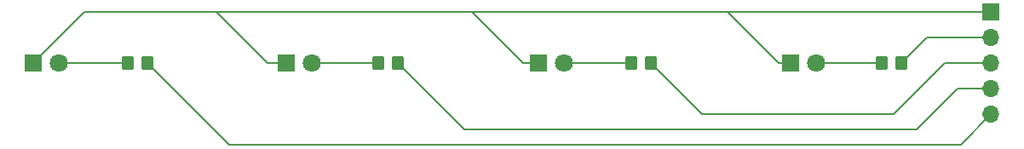
<source format=gbr>
%TF.GenerationSoftware,KiCad,Pcbnew,8.0.8*%
%TF.CreationDate,2025-05-09T12:24:09-07:00*%
%TF.ProjectId,displayPCB,64697370-6c61-4795-9043-422e6b696361,rev?*%
%TF.SameCoordinates,Original*%
%TF.FileFunction,Copper,L1,Top*%
%TF.FilePolarity,Positive*%
%FSLAX46Y46*%
G04 Gerber Fmt 4.6, Leading zero omitted, Abs format (unit mm)*
G04 Created by KiCad (PCBNEW 8.0.8) date 2025-05-09 12:24:09*
%MOMM*%
%LPD*%
G01*
G04 APERTURE LIST*
G04 Aperture macros list*
%AMRoundRect*
0 Rectangle with rounded corners*
0 $1 Rounding radius*
0 $2 $3 $4 $5 $6 $7 $8 $9 X,Y pos of 4 corners*
0 Add a 4 corners polygon primitive as box body*
4,1,4,$2,$3,$4,$5,$6,$7,$8,$9,$2,$3,0*
0 Add four circle primitives for the rounded corners*
1,1,$1+$1,$2,$3*
1,1,$1+$1,$4,$5*
1,1,$1+$1,$6,$7*
1,1,$1+$1,$8,$9*
0 Add four rect primitives between the rounded corners*
20,1,$1+$1,$2,$3,$4,$5,0*
20,1,$1+$1,$4,$5,$6,$7,0*
20,1,$1+$1,$6,$7,$8,$9,0*
20,1,$1+$1,$8,$9,$2,$3,0*%
G04 Aperture macros list end*
%TA.AperFunction,SMDPad,CuDef*%
%ADD10RoundRect,0.250000X-0.350000X-0.450000X0.350000X-0.450000X0.350000X0.450000X-0.350000X0.450000X0*%
%TD*%
%TA.AperFunction,ComponentPad*%
%ADD11R,1.800000X1.800000*%
%TD*%
%TA.AperFunction,ComponentPad*%
%ADD12C,1.800000*%
%TD*%
%TA.AperFunction,ComponentPad*%
%ADD13R,1.700000X1.700000*%
%TD*%
%TA.AperFunction,ComponentPad*%
%ADD14O,1.700000X1.700000*%
%TD*%
%TA.AperFunction,Conductor*%
%ADD15C,0.200000*%
%TD*%
G04 APERTURE END LIST*
D10*
%TO.P,R2,1*%
%TO.N,Net-(D2-A)*%
X210852000Y-60960000D03*
%TO.P,R2,2*%
%TO.N,Net-(J1-Pin_3)*%
X212852000Y-60960000D03*
%TD*%
D11*
%TO.P,D2,1,K*%
%TO.N,Net-(D1-K)*%
X201640332Y-60960000D03*
D12*
%TO.P,D2,2,A*%
%TO.N,Net-(D2-A)*%
X204180332Y-60960000D03*
%TD*%
D10*
%TO.P,R4,1*%
%TO.N,Net-(D4-A)*%
X160814000Y-60960000D03*
%TO.P,R4,2*%
%TO.N,Net-(J1-Pin_5)*%
X162814000Y-60960000D03*
%TD*%
D11*
%TO.P,D4,1,K*%
%TO.N,Net-(D1-K)*%
X151471000Y-60960000D03*
D12*
%TO.P,D4,2,A*%
%TO.N,Net-(D4-A)*%
X154011000Y-60960000D03*
%TD*%
D10*
%TO.P,R3,1*%
%TO.N,Net-(D3-A)*%
X185706000Y-60960000D03*
%TO.P,R3,2*%
%TO.N,Net-(J1-Pin_4)*%
X187706000Y-60960000D03*
%TD*%
%TO.P,R1,1*%
%TO.N,Net-(D1-A)*%
X235744000Y-60960000D03*
%TO.P,R1,2*%
%TO.N,Net-(J1-Pin_2)*%
X237744000Y-60960000D03*
%TD*%
D13*
%TO.P,J1,1,Pin_1*%
%TO.N,Net-(D1-K)*%
X246634000Y-55910000D03*
D14*
%TO.P,J1,2,Pin_2*%
%TO.N,Net-(J1-Pin_2)*%
X246634000Y-58450000D03*
%TO.P,J1,3,Pin_3*%
%TO.N,Net-(J1-Pin_3)*%
X246634000Y-60990000D03*
%TO.P,J1,4,Pin_4*%
%TO.N,Net-(J1-Pin_4)*%
X246634000Y-63530000D03*
%TO.P,J1,5,Pin_5*%
%TO.N,Net-(J1-Pin_5)*%
X246634000Y-66070000D03*
%TD*%
D11*
%TO.P,D1,1,K*%
%TO.N,Net-(D1-K)*%
X226725000Y-60960000D03*
D12*
%TO.P,D1,2,A*%
%TO.N,Net-(D1-A)*%
X229265000Y-60960000D03*
%TD*%
D11*
%TO.P,D3,1,K*%
%TO.N,Net-(D1-K)*%
X176555666Y-60960000D03*
D12*
%TO.P,D3,2,A*%
%TO.N,Net-(D3-A)*%
X179095666Y-60960000D03*
%TD*%
D15*
%TO.N,Net-(D1-K)*%
X226725000Y-60960000D02*
X225522000Y-60960000D01*
X176555666Y-60960000D02*
X174722000Y-60960000D01*
X156521000Y-55910000D02*
X169672000Y-55910000D01*
X201640332Y-60960000D02*
X200122000Y-60960000D01*
X195072000Y-55910000D02*
X220472000Y-55910000D01*
X225522000Y-60960000D02*
X220472000Y-55910000D01*
X151471000Y-60960000D02*
X156521000Y-55910000D01*
X200122000Y-60960000D02*
X195072000Y-55910000D01*
X220472000Y-55910000D02*
X246634000Y-55910000D01*
X169672000Y-55910000D02*
X195072000Y-55910000D01*
X174722000Y-60960000D02*
X169672000Y-55910000D01*
%TO.N,Net-(D1-A)*%
X235744000Y-60960000D02*
X229265000Y-60960000D01*
%TO.N,Net-(D2-A)*%
X210852000Y-60960000D02*
X204180332Y-60960000D01*
%TO.N,Net-(D3-A)*%
X185706000Y-60960000D02*
X179095666Y-60960000D01*
%TO.N,Net-(D4-A)*%
X160814000Y-60960000D02*
X154011000Y-60960000D01*
%TO.N,Net-(J1-Pin_2)*%
X246634000Y-58450000D02*
X240254000Y-58450000D01*
X240254000Y-58450000D02*
X237744000Y-60960000D01*
%TO.N,Net-(J1-Pin_3)*%
X217932000Y-66040000D02*
X212852000Y-60960000D01*
X242032000Y-60990000D02*
X236982000Y-66040000D01*
X236982000Y-66040000D02*
X217932000Y-66040000D01*
X246634000Y-60990000D02*
X242032000Y-60990000D01*
%TO.N,Net-(J1-Pin_4)*%
X243302000Y-63530000D02*
X239268000Y-67564000D01*
X239268000Y-67564000D02*
X194310000Y-67564000D01*
X194310000Y-67564000D02*
X187706000Y-60960000D01*
X246634000Y-63530000D02*
X243302000Y-63530000D01*
%TO.N,Net-(J1-Pin_5)*%
X243616000Y-69088000D02*
X170942000Y-69088000D01*
X170942000Y-69088000D02*
X162814000Y-60960000D01*
X246634000Y-66070000D02*
X243616000Y-69088000D01*
%TD*%
M02*

</source>
